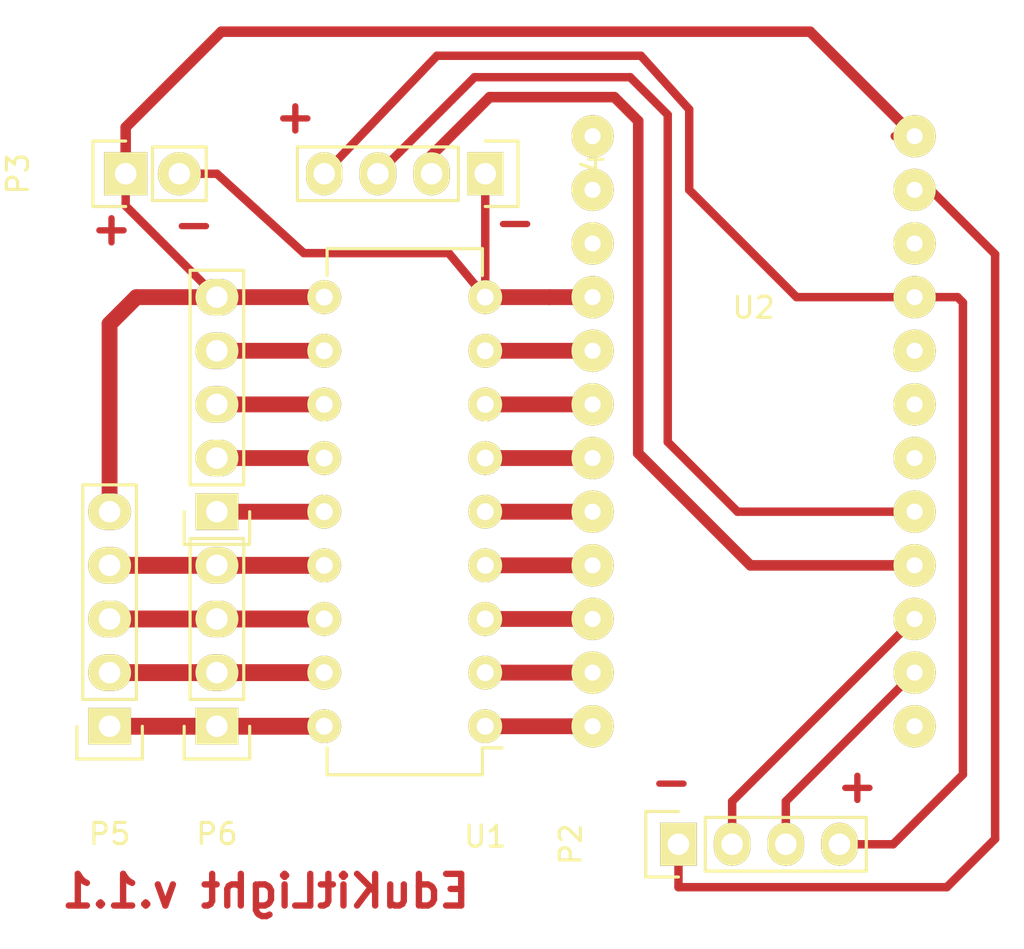
<source format=kicad_pcb>
(kicad_pcb (version 4) (host pcbnew 4.0.2+dfsg1-stable)

  (general
    (links 34)
    (no_connects 0)
    (area 11.047 12.599999 252.830001 194.211333)
    (thickness 1.6)
    (drawings 11)
    (tracks 74)
    (zones 0)
    (modules 8)
    (nets 33)
  )

  (page A4)
  (layers
    (0 F.Cu signal)
    (31 B.Cu signal)
    (32 B.Adhes user)
    (33 F.Adhes user)
    (34 B.Paste user)
    (35 F.Paste user)
    (36 B.SilkS user)
    (37 F.SilkS user)
    (38 B.Mask user)
    (39 F.Mask user)
    (40 Dwgs.User user)
    (41 Cmts.User user)
    (42 Eco1.User user)
    (43 Eco2.User user)
    (44 Edge.Cuts user)
    (45 Margin user)
    (46 B.CrtYd user)
    (47 F.CrtYd user)
    (48 B.Fab user)
    (49 F.Fab user)
  )

  (setup
    (last_trace_width 0.5)
    (user_trace_width 0.5)
    (user_trace_width 2)
    (trace_clearance 0.2)
    (zone_clearance 0.508)
    (zone_45_only no)
    (trace_min 0.1)
    (segment_width 0.2)
    (edge_width 0.15)
    (via_size 0.6)
    (via_drill 0.4)
    (via_min_size 0.4)
    (via_min_drill 0.3)
    (uvia_size 0.3)
    (uvia_drill 0.1)
    (uvias_allowed no)
    (uvia_min_size 0.2)
    (uvia_min_drill 0.1)
    (pcb_text_width 0.3)
    (pcb_text_size 1.5 1.5)
    (mod_edge_width 0.15)
    (mod_text_size 1 1)
    (mod_text_width 0.15)
    (pad_size 1.524 1.524)
    (pad_drill 0.762)
    (pad_to_mask_clearance 0.2)
    (aux_axis_origin 0 0)
    (visible_elements FFFFFF7F)
    (pcbplotparams
      (layerselection 0x00000_00000001)
      (usegerberextensions false)
      (excludeedgelayer true)
      (linewidth 0.100000)
      (plotframeref false)
      (viasonmask false)
      (mode 1)
      (useauxorigin false)
      (hpglpennumber 1)
      (hpglpenspeed 20)
      (hpglpendiameter 15)
      (hpglpenoverlay 2)
      (psnegative false)
      (psa4output false)
      (plotreference true)
      (plotvalue true)
      (plotinvisibletext false)
      (padsonsilk false)
      (subtractmaskfromsilk false)
      (outputformat 1)
      (mirror false)
      (drillshape 0)
      (scaleselection 1)
      (outputdirectory ""))
  )

  (net 0 "")
  (net 1 "Net-(P1-Pad1)")
  (net 2 "Net-(P1-Pad2)")
  (net 3 "Net-(P1-Pad3)")
  (net 4 "Net-(P1-Pad4)")
  (net 5 "Net-(P3-Pad2)")
  (net 6 "Net-(U1-Pad1)")
  (net 7 "Net-(U1-Pad2)")
  (net 8 "Net-(U1-Pad3)")
  (net 9 "Net-(U1-Pad4)")
  (net 10 "Net-(U1-Pad5)")
  (net 11 "Net-(U1-Pad6)")
  (net 12 "Net-(U1-Pad7)")
  (net 13 "Net-(U1-Pad8)")
  (net 14 "Net-(U2-Pad33)")
  (net 15 "Net-(U2-Pad9)")
  (net 16 "Net-(P2-Pad2)")
  (net 17 "Net-(P2-Pad3)")
  (net 18 "Net-(P2-Pad4)")
  (net 19 "Net-(P5-Pad4)")
  (net 20 "Net-(P5-Pad3)")
  (net 21 "Net-(P5-Pad2)")
  (net 22 "Net-(P5-Pad1)")
  (net 23 "Net-(P1-Pad5)")
  (net 24 "Net-(U2-Pad11)")
  (net 25 "Net-(U2-Pad34)")
  (net 26 "Net-(U2-Pad35)")
  (net 27 "Net-(U2-Pad12)")
  (net 28 "Net-(U2-Pad13)")
  (net 29 "Net-(P2-Pad1)")
  (net 30 "Net-(P4-Pad2)")
  (net 31 "Net-(P4-Pad3)")
  (net 32 "Net-(U2-Pad18)")

  (net_class Default "This is the default net class."
    (clearance 0.2)
    (trace_width 0.8)
    (via_dia 0.6)
    (via_drill 0.4)
    (uvia_dia 0.3)
    (uvia_drill 0.1)
    (add_net "Net-(P1-Pad1)")
    (add_net "Net-(P1-Pad2)")
    (add_net "Net-(P1-Pad3)")
    (add_net "Net-(P1-Pad4)")
    (add_net "Net-(P1-Pad5)")
    (add_net "Net-(P2-Pad1)")
    (add_net "Net-(P2-Pad2)")
    (add_net "Net-(P2-Pad3)")
    (add_net "Net-(P2-Pad4)")
    (add_net "Net-(P3-Pad2)")
    (add_net "Net-(P4-Pad2)")
    (add_net "Net-(P4-Pad3)")
    (add_net "Net-(P5-Pad1)")
    (add_net "Net-(P5-Pad2)")
    (add_net "Net-(P5-Pad3)")
    (add_net "Net-(P5-Pad4)")
    (add_net "Net-(U1-Pad1)")
    (add_net "Net-(U1-Pad2)")
    (add_net "Net-(U1-Pad3)")
    (add_net "Net-(U1-Pad4)")
    (add_net "Net-(U1-Pad5)")
    (add_net "Net-(U1-Pad6)")
    (add_net "Net-(U1-Pad7)")
    (add_net "Net-(U1-Pad8)")
    (add_net "Net-(U2-Pad11)")
    (add_net "Net-(U2-Pad12)")
    (add_net "Net-(U2-Pad13)")
    (add_net "Net-(U2-Pad18)")
    (add_net "Net-(U2-Pad33)")
    (add_net "Net-(U2-Pad34)")
    (add_net "Net-(U2-Pad35)")
    (add_net "Net-(U2-Pad9)")
  )

  (module bugs:arduino_mini_pro (layer F.Cu) (tedit 5899F54D) (tstamp 573AD46D)
    (at 46.99 26.67)
    (path /56F1A6A1)
    (fp_text reference U2 (at 0 0.5) (layer F.SilkS)
      (effects (font (size 1 1) (thickness 0.15)))
    )
    (fp_text value Arduino_Mini (at 0 -0.5) (layer F.Fab)
      (effects (font (size 1 1) (thickness 0.15)))
    )
    (pad 7 thru_hole circle (at 7.62 -7.62) (size 2 2) (drill 0.762) (layers *.Cu *.Mask F.SilkS)
      (net 23 "Net-(P1-Pad5)"))
    (pad 8 thru_hole circle (at 7.62 -5.08) (size 2 2) (drill 0.762) (layers *.Cu *.Mask F.SilkS)
      (net 29 "Net-(P2-Pad1)"))
    (pad 9 thru_hole circle (at 7.62 -2.54) (size 2 2) (drill 0.762) (layers *.Cu *.Mask F.SilkS)
      (net 15 "Net-(U2-Pad9)"))
    (pad 10 thru_hole circle (at 7.62 0) (size 2 2) (drill 0.762) (layers *.Cu *.Mask F.SilkS)
      (net 18 "Net-(P2-Pad4)"))
    (pad 11 thru_hole circle (at 7.62 2.54) (size 2 2) (drill 0.762) (layers *.Cu *.Mask F.SilkS)
      (net 24 "Net-(U2-Pad11)"))
    (pad 15 thru_hole circle (at 7.62 12.7) (size 2 2) (drill 0.762) (layers *.Cu *.Mask F.SilkS)
      (net 30 "Net-(P4-Pad2)"))
    (pad 16 thru_hole circle (at 7.62 15.24) (size 2 2) (drill 0.762) (layers *.Cu *.Mask F.SilkS)
      (net 16 "Net-(P2-Pad2)"))
    (pad 17 thru_hole circle (at 7.62 17.78) (size 2 2) (drill 0.762) (layers *.Cu *.Mask F.SilkS)
      (net 17 "Net-(P2-Pad3)"))
    (pad 18 thru_hole circle (at 7.62 20.32) (size 2 2) (drill 0.762) (layers *.Cu *.Mask F.SilkS)
      (net 32 "Net-(U2-Pad18)"))
    (pad 27 thru_hole circle (at -7.62 12.7) (size 2 2) (drill 0.762) (layers *.Cu *.Mask F.SilkS)
      (net 9 "Net-(U1-Pad4)"))
    (pad 28 thru_hole circle (at -7.62 10.16) (size 2 2) (drill 0.762) (layers *.Cu *.Mask F.SilkS)
      (net 10 "Net-(U1-Pad5)"))
    (pad 29 thru_hole circle (at -7.62 7.62) (size 2 2) (drill 0.762) (layers *.Cu *.Mask F.SilkS)
      (net 11 "Net-(U1-Pad6)"))
    (pad 30 thru_hole circle (at -7.62 5.08) (size 2 2) (drill 0.762) (layers *.Cu *.Mask F.SilkS)
      (net 12 "Net-(U1-Pad7)"))
    (pad 31 thru_hole circle (at -7.62 2.54) (size 2 2) (drill 0.762) (layers *.Cu *.Mask F.SilkS)
      (net 13 "Net-(U1-Pad8)"))
    (pad 32 thru_hole circle (at -7.62 0) (size 2 2) (drill 0.762) (layers *.Cu *.Mask F.SilkS)
      (net 5 "Net-(P3-Pad2)"))
    (pad 33 thru_hole circle (at -7.62 -2.54) (size 2 2) (drill 0.762) (layers *.Cu *.Mask F.SilkS)
      (net 14 "Net-(U2-Pad33)"))
    (pad 34 thru_hole circle (at -7.62 -5.08) (size 2 2) (drill 0.762) (layers *.Cu *.Mask F.SilkS)
      (net 25 "Net-(U2-Pad34)"))
    (pad 35 thru_hole circle (at -7.62 -7.62) (size 2 2) (drill 0.762) (layers *.Cu *.Mask F.SilkS)
      (net 26 "Net-(U2-Pad35)"))
    (pad 26 thru_hole circle (at -7.62 15.24) (size 2 2) (drill 0.762) (layers *.Cu *.Mask F.SilkS)
      (net 8 "Net-(U1-Pad3)"))
    (pad 25 thru_hole circle (at -7.62 17.78) (size 2 2) (drill 0.762) (layers *.Cu *.Mask F.SilkS)
      (net 7 "Net-(U1-Pad2)"))
    (pad 24 thru_hole circle (at -7.62 20.32) (size 2 2) (drill 0.762) (layers *.Cu *.Mask F.SilkS)
      (net 6 "Net-(U1-Pad1)"))
    (pad 12 thru_hole circle (at 7.62 5.08) (size 2 2) (drill 0.762) (layers *.Cu *.Mask F.SilkS)
      (net 27 "Net-(U2-Pad12)"))
    (pad 13 thru_hole circle (at 7.62 7.62) (size 2 2) (drill 0.762) (layers *.Cu *.Mask F.SilkS)
      (net 28 "Net-(U2-Pad13)"))
    (pad 14 thru_hole circle (at 7.62 10.16) (size 2 2) (drill 0.762) (layers *.Cu *.Mask F.SilkS)
      (net 31 "Net-(P4-Pad3)"))
  )

  (module Pin_Headers:Pin_Header_Straight_1x05 (layer F.Cu) (tedit 54EA0684) (tstamp 573AD41E)
    (at 21.59 36.83 180)
    (descr "Through hole pin header")
    (tags "pin header")
    (path /572B3424)
    (fp_text reference P1 (at 0 -5.1 180) (layer F.SilkS)
      (effects (font (size 1 1) (thickness 0.15)))
    )
    (fp_text value CONN_01X05 (at 0 -3.1 180) (layer F.Fab)
      (effects (font (size 1 1) (thickness 0.15)))
    )
    (fp_line (start -1.55 0) (end -1.55 -1.55) (layer F.SilkS) (width 0.15))
    (fp_line (start -1.55 -1.55) (end 1.55 -1.55) (layer F.SilkS) (width 0.15))
    (fp_line (start 1.55 -1.55) (end 1.55 0) (layer F.SilkS) (width 0.15))
    (fp_line (start -1.75 -1.75) (end -1.75 11.95) (layer F.CrtYd) (width 0.05))
    (fp_line (start 1.75 -1.75) (end 1.75 11.95) (layer F.CrtYd) (width 0.05))
    (fp_line (start -1.75 -1.75) (end 1.75 -1.75) (layer F.CrtYd) (width 0.05))
    (fp_line (start -1.75 11.95) (end 1.75 11.95) (layer F.CrtYd) (width 0.05))
    (fp_line (start 1.27 1.27) (end 1.27 11.43) (layer F.SilkS) (width 0.15))
    (fp_line (start 1.27 11.43) (end -1.27 11.43) (layer F.SilkS) (width 0.15))
    (fp_line (start -1.27 11.43) (end -1.27 1.27) (layer F.SilkS) (width 0.15))
    (fp_line (start 1.27 1.27) (end -1.27 1.27) (layer F.SilkS) (width 0.15))
    (pad 1 thru_hole rect (at 0 0 180) (size 2.032 1.7272) (drill 1.016) (layers *.Cu *.Mask F.SilkS)
      (net 1 "Net-(P1-Pad1)"))
    (pad 2 thru_hole oval (at 0 2.54 180) (size 2.032 1.7272) (drill 1.016) (layers *.Cu *.Mask F.SilkS)
      (net 2 "Net-(P1-Pad2)"))
    (pad 3 thru_hole oval (at 0 5.08 180) (size 2.032 1.7272) (drill 1.016) (layers *.Cu *.Mask F.SilkS)
      (net 3 "Net-(P1-Pad3)"))
    (pad 4 thru_hole oval (at 0 7.62 180) (size 2.032 1.7272) (drill 1.016) (layers *.Cu *.Mask F.SilkS)
      (net 4 "Net-(P1-Pad4)"))
    (pad 5 thru_hole oval (at 0 10.16 180) (size 2.032 1.7272) (drill 1.016) (layers *.Cu *.Mask F.SilkS)
      (net 23 "Net-(P1-Pad5)"))
    (model Pin_Headers.3dshapes/Pin_Header_Straight_1x05.wrl
      (at (xyz 0 -0.2 0))
      (scale (xyz 1 1 1))
      (rotate (xyz 0 0 90))
    )
  )

  (module Pin_Headers:Pin_Header_Straight_1x04 (layer F.Cu) (tedit 0) (tstamp 573AD426)
    (at 43.434 52.578 90)
    (descr "Through hole pin header")
    (tags "pin header")
    (path /57121D04)
    (fp_text reference P2 (at 0 -5.1 90) (layer F.SilkS)
      (effects (font (size 1 1) (thickness 0.15)))
    )
    (fp_text value CONN_01X04 (at 0 -3.1 90) (layer F.Fab)
      (effects (font (size 1 1) (thickness 0.15)))
    )
    (fp_line (start -1.75 -1.75) (end -1.75 9.4) (layer F.CrtYd) (width 0.05))
    (fp_line (start 1.75 -1.75) (end 1.75 9.4) (layer F.CrtYd) (width 0.05))
    (fp_line (start -1.75 -1.75) (end 1.75 -1.75) (layer F.CrtYd) (width 0.05))
    (fp_line (start -1.75 9.4) (end 1.75 9.4) (layer F.CrtYd) (width 0.05))
    (fp_line (start -1.27 1.27) (end -1.27 8.89) (layer F.SilkS) (width 0.15))
    (fp_line (start 1.27 1.27) (end 1.27 8.89) (layer F.SilkS) (width 0.15))
    (fp_line (start 1.55 -1.55) (end 1.55 0) (layer F.SilkS) (width 0.15))
    (fp_line (start -1.27 8.89) (end 1.27 8.89) (layer F.SilkS) (width 0.15))
    (fp_line (start 1.27 1.27) (end -1.27 1.27) (layer F.SilkS) (width 0.15))
    (fp_line (start -1.55 0) (end -1.55 -1.55) (layer F.SilkS) (width 0.15))
    (fp_line (start -1.55 -1.55) (end 1.55 -1.55) (layer F.SilkS) (width 0.15))
    (pad 1 thru_hole rect (at 0 0 90) (size 2.032 1.7272) (drill 1.016) (layers *.Cu *.Mask F.SilkS)
      (net 29 "Net-(P2-Pad1)"))
    (pad 2 thru_hole oval (at 0 2.54 90) (size 2.032 1.7272) (drill 1.016) (layers *.Cu *.Mask F.SilkS)
      (net 16 "Net-(P2-Pad2)"))
    (pad 3 thru_hole oval (at 0 5.08 90) (size 2.032 1.7272) (drill 1.016) (layers *.Cu *.Mask F.SilkS)
      (net 17 "Net-(P2-Pad3)"))
    (pad 4 thru_hole oval (at 0 7.62 90) (size 2.032 1.7272) (drill 1.016) (layers *.Cu *.Mask F.SilkS)
      (net 18 "Net-(P2-Pad4)"))
    (model Pin_Headers.3dshapes/Pin_Header_Straight_1x04.wrl
      (at (xyz 0 -0.15 0))
      (scale (xyz 1 1 1))
      (rotate (xyz 0 0 90))
    )
  )

  (module Pin_Headers:Pin_Header_Straight_1x05 (layer F.Cu) (tedit 54EA0684) (tstamp 573AD439)
    (at 16.51 46.99 180)
    (descr "Through hole pin header")
    (tags "pin header")
    (path /572B3498)
    (fp_text reference P5 (at 0 -5.1 180) (layer F.SilkS)
      (effects (font (size 1 1) (thickness 0.15)))
    )
    (fp_text value CONN_01X05 (at 0 -3.1 180) (layer F.Fab)
      (effects (font (size 1 1) (thickness 0.15)))
    )
    (fp_line (start -1.55 0) (end -1.55 -1.55) (layer F.SilkS) (width 0.15))
    (fp_line (start -1.55 -1.55) (end 1.55 -1.55) (layer F.SilkS) (width 0.15))
    (fp_line (start 1.55 -1.55) (end 1.55 0) (layer F.SilkS) (width 0.15))
    (fp_line (start -1.75 -1.75) (end -1.75 11.95) (layer F.CrtYd) (width 0.05))
    (fp_line (start 1.75 -1.75) (end 1.75 11.95) (layer F.CrtYd) (width 0.05))
    (fp_line (start -1.75 -1.75) (end 1.75 -1.75) (layer F.CrtYd) (width 0.05))
    (fp_line (start -1.75 11.95) (end 1.75 11.95) (layer F.CrtYd) (width 0.05))
    (fp_line (start 1.27 1.27) (end 1.27 11.43) (layer F.SilkS) (width 0.15))
    (fp_line (start 1.27 11.43) (end -1.27 11.43) (layer F.SilkS) (width 0.15))
    (fp_line (start -1.27 11.43) (end -1.27 1.27) (layer F.SilkS) (width 0.15))
    (fp_line (start 1.27 1.27) (end -1.27 1.27) (layer F.SilkS) (width 0.15))
    (pad 1 thru_hole rect (at 0 0 180) (size 2.032 1.7272) (drill 1.016) (layers *.Cu *.Mask F.SilkS)
      (net 22 "Net-(P5-Pad1)"))
    (pad 2 thru_hole oval (at 0 2.54 180) (size 2.032 1.7272) (drill 1.016) (layers *.Cu *.Mask F.SilkS)
      (net 21 "Net-(P5-Pad2)"))
    (pad 3 thru_hole oval (at 0 5.08 180) (size 2.032 1.7272) (drill 1.016) (layers *.Cu *.Mask F.SilkS)
      (net 20 "Net-(P5-Pad3)"))
    (pad 4 thru_hole oval (at 0 7.62 180) (size 2.032 1.7272) (drill 1.016) (layers *.Cu *.Mask F.SilkS)
      (net 19 "Net-(P5-Pad4)"))
    (pad 5 thru_hole oval (at 0 10.16 180) (size 2.032 1.7272) (drill 1.016) (layers *.Cu *.Mask F.SilkS)
      (net 23 "Net-(P1-Pad5)"))
    (model Pin_Headers.3dshapes/Pin_Header_Straight_1x05.wrl
      (at (xyz 0 -0.2 0))
      (scale (xyz 1 1 1))
      (rotate (xyz 0 0 90))
    )
  )

  (module Housings_DIP:DIP-18_W7.62mm (layer F.Cu) (tedit 54130A77) (tstamp 573AD44F)
    (at 34.29 46.99 180)
    (descr "18-lead dip package, row spacing 7.62 mm (300 mils)")
    (tags "dil dip 2.54 300")
    (path /56F1AA0E)
    (fp_text reference U1 (at 0 -5.22 180) (layer F.SilkS)
      (effects (font (size 1 1) (thickness 0.15)))
    )
    (fp_text value uln2803A (at 0 -3.72 180) (layer F.Fab)
      (effects (font (size 1 1) (thickness 0.15)))
    )
    (fp_line (start -1.05 -2.45) (end -1.05 22.8) (layer F.CrtYd) (width 0.05))
    (fp_line (start 8.65 -2.45) (end 8.65 22.8) (layer F.CrtYd) (width 0.05))
    (fp_line (start -1.05 -2.45) (end 8.65 -2.45) (layer F.CrtYd) (width 0.05))
    (fp_line (start -1.05 22.8) (end 8.65 22.8) (layer F.CrtYd) (width 0.05))
    (fp_line (start 0.135 -2.295) (end 0.135 -1.025) (layer F.SilkS) (width 0.15))
    (fp_line (start 7.485 -2.295) (end 7.485 -1.025) (layer F.SilkS) (width 0.15))
    (fp_line (start 7.485 22.615) (end 7.485 21.345) (layer F.SilkS) (width 0.15))
    (fp_line (start 0.135 22.615) (end 0.135 21.345) (layer F.SilkS) (width 0.15))
    (fp_line (start 0.135 -2.295) (end 7.485 -2.295) (layer F.SilkS) (width 0.15))
    (fp_line (start 0.135 22.615) (end 7.485 22.615) (layer F.SilkS) (width 0.15))
    (fp_line (start 0.135 -1.025) (end -0.8 -1.025) (layer F.SilkS) (width 0.15))
    (pad 1 thru_hole oval (at 0 0 180) (size 1.6 1.6) (drill 0.8) (layers *.Cu *.Mask F.SilkS)
      (net 6 "Net-(U1-Pad1)"))
    (pad 2 thru_hole oval (at 0 2.54 180) (size 1.6 1.6) (drill 0.8) (layers *.Cu *.Mask F.SilkS)
      (net 7 "Net-(U1-Pad2)"))
    (pad 3 thru_hole oval (at 0 5.08 180) (size 1.6 1.6) (drill 0.8) (layers *.Cu *.Mask F.SilkS)
      (net 8 "Net-(U1-Pad3)"))
    (pad 4 thru_hole oval (at 0 7.62 180) (size 1.6 1.6) (drill 0.8) (layers *.Cu *.Mask F.SilkS)
      (net 9 "Net-(U1-Pad4)"))
    (pad 5 thru_hole oval (at 0 10.16 180) (size 1.6 1.6) (drill 0.8) (layers *.Cu *.Mask F.SilkS)
      (net 10 "Net-(U1-Pad5)"))
    (pad 6 thru_hole oval (at 0 12.7 180) (size 1.6 1.6) (drill 0.8) (layers *.Cu *.Mask F.SilkS)
      (net 11 "Net-(U1-Pad6)"))
    (pad 7 thru_hole oval (at 0 15.24 180) (size 1.6 1.6) (drill 0.8) (layers *.Cu *.Mask F.SilkS)
      (net 12 "Net-(U1-Pad7)"))
    (pad 8 thru_hole oval (at 0 17.78 180) (size 1.6 1.6) (drill 0.8) (layers *.Cu *.Mask F.SilkS)
      (net 13 "Net-(U1-Pad8)"))
    (pad 9 thru_hole oval (at 0 20.32 180) (size 1.6 1.6) (drill 0.8) (layers *.Cu *.Mask F.SilkS)
      (net 5 "Net-(P3-Pad2)"))
    (pad 10 thru_hole oval (at 7.62 20.32 180) (size 1.6 1.6) (drill 0.8) (layers *.Cu *.Mask F.SilkS)
      (net 23 "Net-(P1-Pad5)"))
    (pad 11 thru_hole oval (at 7.62 17.78 180) (size 1.6 1.6) (drill 0.8) (layers *.Cu *.Mask F.SilkS)
      (net 4 "Net-(P1-Pad4)"))
    (pad 12 thru_hole oval (at 7.62 15.24 180) (size 1.6 1.6) (drill 0.8) (layers *.Cu *.Mask F.SilkS)
      (net 3 "Net-(P1-Pad3)"))
    (pad 13 thru_hole oval (at 7.62 12.7 180) (size 1.6 1.6) (drill 0.8) (layers *.Cu *.Mask F.SilkS)
      (net 2 "Net-(P1-Pad2)"))
    (pad 14 thru_hole oval (at 7.62 10.16 180) (size 1.6 1.6) (drill 0.8) (layers *.Cu *.Mask F.SilkS)
      (net 1 "Net-(P1-Pad1)"))
    (pad 15 thru_hole oval (at 7.62 7.62 180) (size 1.6 1.6) (drill 0.8) (layers *.Cu *.Mask F.SilkS)
      (net 19 "Net-(P5-Pad4)"))
    (pad 16 thru_hole oval (at 7.62 5.08 180) (size 1.6 1.6) (drill 0.8) (layers *.Cu *.Mask F.SilkS)
      (net 20 "Net-(P5-Pad3)"))
    (pad 17 thru_hole oval (at 7.62 2.54 180) (size 1.6 1.6) (drill 0.8) (layers *.Cu *.Mask F.SilkS)
      (net 21 "Net-(P5-Pad2)"))
    (pad 18 thru_hole oval (at 7.62 0 180) (size 1.6 1.6) (drill 0.8) (layers *.Cu *.Mask F.SilkS)
      (net 22 "Net-(P5-Pad1)"))
    (model Housings_DIP.3dshapes/DIP-18_W7.62mm.wrl
      (at (xyz 0 0 0))
      (scale (xyz 1 1 1))
      (rotate (xyz 0 0 0))
    )
  )

  (module Pin_Headers:Pin_Header_Straight_1x02 (layer F.Cu) (tedit 54EA090C) (tstamp 5894C470)
    (at 17.272 20.828 90)
    (descr "Through hole pin header")
    (tags "pin header")
    (path /5894C6F3)
    (fp_text reference P3 (at 0 -5.1 90) (layer F.SilkS)
      (effects (font (size 1 1) (thickness 0.15)))
    )
    (fp_text value CONN_01X02 (at 0 -3.1 90) (layer F.Fab)
      (effects (font (size 1 1) (thickness 0.15)))
    )
    (fp_line (start 1.27 1.27) (end 1.27 3.81) (layer F.SilkS) (width 0.15))
    (fp_line (start 1.55 -1.55) (end 1.55 0) (layer F.SilkS) (width 0.15))
    (fp_line (start -1.75 -1.75) (end -1.75 4.3) (layer F.CrtYd) (width 0.05))
    (fp_line (start 1.75 -1.75) (end 1.75 4.3) (layer F.CrtYd) (width 0.05))
    (fp_line (start -1.75 -1.75) (end 1.75 -1.75) (layer F.CrtYd) (width 0.05))
    (fp_line (start -1.75 4.3) (end 1.75 4.3) (layer F.CrtYd) (width 0.05))
    (fp_line (start 1.27 1.27) (end -1.27 1.27) (layer F.SilkS) (width 0.15))
    (fp_line (start -1.55 0) (end -1.55 -1.55) (layer F.SilkS) (width 0.15))
    (fp_line (start -1.55 -1.55) (end 1.55 -1.55) (layer F.SilkS) (width 0.15))
    (fp_line (start -1.27 1.27) (end -1.27 3.81) (layer F.SilkS) (width 0.15))
    (fp_line (start -1.27 3.81) (end 1.27 3.81) (layer F.SilkS) (width 0.15))
    (pad 1 thru_hole rect (at 0 0 90) (size 2.032 2.032) (drill 1.016) (layers *.Cu *.Mask F.SilkS)
      (net 23 "Net-(P1-Pad5)"))
    (pad 2 thru_hole oval (at 0 2.54 90) (size 2.032 2.032) (drill 1.016) (layers *.Cu *.Mask F.SilkS)
      (net 5 "Net-(P3-Pad2)"))
    (model Pin_Headers.3dshapes/Pin_Header_Straight_1x02.wrl
      (at (xyz 0 -0.05 0))
      (scale (xyz 1 1 1))
      (rotate (xyz 0 0 90))
    )
  )

  (module Pin_Headers:Pin_Header_Straight_1x04 (layer F.Cu) (tedit 0) (tstamp 5899E695)
    (at 34.29 20.828 270)
    (descr "Through hole pin header")
    (tags "pin header")
    (path /5899E550)
    (fp_text reference P4 (at 0 -5.1 270) (layer F.SilkS)
      (effects (font (size 1 1) (thickness 0.15)))
    )
    (fp_text value CONN_01X04 (at 0 -3.1 270) (layer F.Fab)
      (effects (font (size 1 1) (thickness 0.15)))
    )
    (fp_line (start -1.75 -1.75) (end -1.75 9.4) (layer F.CrtYd) (width 0.05))
    (fp_line (start 1.75 -1.75) (end 1.75 9.4) (layer F.CrtYd) (width 0.05))
    (fp_line (start -1.75 -1.75) (end 1.75 -1.75) (layer F.CrtYd) (width 0.05))
    (fp_line (start -1.75 9.4) (end 1.75 9.4) (layer F.CrtYd) (width 0.05))
    (fp_line (start -1.27 1.27) (end -1.27 8.89) (layer F.SilkS) (width 0.15))
    (fp_line (start 1.27 1.27) (end 1.27 8.89) (layer F.SilkS) (width 0.15))
    (fp_line (start 1.55 -1.55) (end 1.55 0) (layer F.SilkS) (width 0.15))
    (fp_line (start -1.27 8.89) (end 1.27 8.89) (layer F.SilkS) (width 0.15))
    (fp_line (start 1.27 1.27) (end -1.27 1.27) (layer F.SilkS) (width 0.15))
    (fp_line (start -1.55 0) (end -1.55 -1.55) (layer F.SilkS) (width 0.15))
    (fp_line (start -1.55 -1.55) (end 1.55 -1.55) (layer F.SilkS) (width 0.15))
    (pad 1 thru_hole rect (at 0 0 270) (size 2.032 1.7272) (drill 1.016) (layers *.Cu *.Mask F.SilkS)
      (net 5 "Net-(P3-Pad2)"))
    (pad 2 thru_hole oval (at 0 2.54 270) (size 2.032 1.7272) (drill 1.016) (layers *.Cu *.Mask F.SilkS)
      (net 30 "Net-(P4-Pad2)"))
    (pad 3 thru_hole oval (at 0 5.08 270) (size 2.032 1.7272) (drill 1.016) (layers *.Cu *.Mask F.SilkS)
      (net 31 "Net-(P4-Pad3)"))
    (pad 4 thru_hole oval (at 0 7.62 270) (size 2.032 1.7272) (drill 1.016) (layers *.Cu *.Mask F.SilkS)
      (net 18 "Net-(P2-Pad4)"))
    (model Pin_Headers.3dshapes/Pin_Header_Straight_1x04.wrl
      (at (xyz 0 -0.15 0))
      (scale (xyz 1 1 1))
      (rotate (xyz 0 0 90))
    )
  )

  (module Pin_Headers:Pin_Header_Straight_1x04 (layer F.Cu) (tedit 0) (tstamp 5899F33E)
    (at 21.59 46.99 180)
    (descr "Through hole pin header")
    (tags "pin header")
    (path /5899F62E)
    (fp_text reference P6 (at 0 -5.1 180) (layer F.SilkS)
      (effects (font (size 1 1) (thickness 0.15)))
    )
    (fp_text value CONN_01X04 (at 0 -3.1 180) (layer F.Fab)
      (effects (font (size 1 1) (thickness 0.15)))
    )
    (fp_line (start -1.75 -1.75) (end -1.75 9.4) (layer F.CrtYd) (width 0.05))
    (fp_line (start 1.75 -1.75) (end 1.75 9.4) (layer F.CrtYd) (width 0.05))
    (fp_line (start -1.75 -1.75) (end 1.75 -1.75) (layer F.CrtYd) (width 0.05))
    (fp_line (start -1.75 9.4) (end 1.75 9.4) (layer F.CrtYd) (width 0.05))
    (fp_line (start -1.27 1.27) (end -1.27 8.89) (layer F.SilkS) (width 0.15))
    (fp_line (start 1.27 1.27) (end 1.27 8.89) (layer F.SilkS) (width 0.15))
    (fp_line (start 1.55 -1.55) (end 1.55 0) (layer F.SilkS) (width 0.15))
    (fp_line (start -1.27 8.89) (end 1.27 8.89) (layer F.SilkS) (width 0.15))
    (fp_line (start 1.27 1.27) (end -1.27 1.27) (layer F.SilkS) (width 0.15))
    (fp_line (start -1.55 0) (end -1.55 -1.55) (layer F.SilkS) (width 0.15))
    (fp_line (start -1.55 -1.55) (end 1.55 -1.55) (layer F.SilkS) (width 0.15))
    (pad 1 thru_hole rect (at 0 0 180) (size 2.032 1.7272) (drill 1.016) (layers *.Cu *.Mask F.SilkS)
      (net 22 "Net-(P5-Pad1)"))
    (pad 2 thru_hole oval (at 0 2.54 180) (size 2.032 1.7272) (drill 1.016) (layers *.Cu *.Mask F.SilkS)
      (net 21 "Net-(P5-Pad2)"))
    (pad 3 thru_hole oval (at 0 5.08 180) (size 2.032 1.7272) (drill 1.016) (layers *.Cu *.Mask F.SilkS)
      (net 20 "Net-(P5-Pad3)"))
    (pad 4 thru_hole oval (at 0 7.62 180) (size 2.032 1.7272) (drill 1.016) (layers *.Cu *.Mask F.SilkS)
      (net 19 "Net-(P5-Pad4)"))
    (model Pin_Headers.3dshapes/Pin_Header_Straight_1x04.wrl
      (at (xyz 0 -0.15 0))
      (scale (xyz 1 1 1))
      (rotate (xyz 0 0 90))
    )
  )

  (gr_text "EduKitLight v.1.1" (at 23.9 54.8) (layer F.Cu)
    (effects (font (size 1.5 1.5) (thickness 0.3)) (justify mirror))
  )
  (gr_text + (at 51.9 49.8) (layer F.Cu)
    (effects (font (size 1.5 1.5) (thickness 0.3)))
  )
  (gr_text "-\n" (at 43.1 49.6) (layer F.Cu)
    (effects (font (size 1.5 1.5) (thickness 0.3)))
  )
  (gr_text + (at 16.6 23.4) (layer F.Cu)
    (effects (font (size 1.5 1.5) (thickness 0.3)))
  )
  (gr_text - (at 20.5 23.2) (layer F.Cu)
    (effects (font (size 1.5 1.5) (thickness 0.3)))
  )
  (gr_text "+\n" (at 25.3 18.1) (layer F.Cu)
    (effects (font (size 1.5 1.5) (thickness 0.3)))
  )
  (gr_text - (at 35.7 23.1) (layer F.Cu)
    (effects (font (size 1.5 1.5) (thickness 0.3)))
  )
  (gr_line (start 59.69 57.15) (end 12.7 57.15) (angle 90) (layer Eco1.User) (width 0.2))
  (gr_line (start 59.69 12.7) (end 59.69 57.15) (angle 90) (layer Eco1.User) (width 0.2))
  (gr_line (start 12.7 12.7) (end 59.69 12.7) (angle 90) (layer Eco1.User) (width 0.2))
  (gr_line (start 12.7 57.15) (end 12.7 12.7) (angle 90) (layer Eco1.User) (width 0.2))

  (segment (start 26.67 36.83) (end 21.59 36.83) (width 0.75) (layer F.Cu) (net 1) (status 20))
  (segment (start 21.59 34.29) (end 26.67 34.29) (width 0.75) (layer F.Cu) (net 2) (status 10))
  (segment (start 26.67 31.75) (end 21.59 31.75) (width 0.75) (layer F.Cu) (net 3) (status 20))
  (segment (start 26.67 29.21) (end 21.59 29.21) (width 0.75) (layer F.Cu) (net 4) (status 20))
  (segment (start 34.29 20.828) (end 34.29 26.67) (width 0.4) (layer F.Cu) (net 5))
  (segment (start 19.812 20.828) (end 21.59 20.828) (width 0.4) (layer F.Cu) (net 5))
  (segment (start 32.5628 24.5872) (end 34.29 26.67) (width 0.4) (layer F.Cu) (net 5) (tstamp 5899EDEF))
  (segment (start 25.7048 24.5872) (end 32.5628 24.5872) (width 0.4) (layer F.Cu) (net 5) (tstamp 5899EDED))
  (segment (start 21.59 20.828) (end 25.7048 24.5872) (width 0.4) (layer F.Cu) (net 5) (tstamp 5899EDEB))
  (segment (start 34.29 20.828) (end 34.29 20.574) (width 0.4) (layer F.Cu) (net 5) (status 30))
  (segment (start 39.37 26.67) (end 37.338 26.67) (width 0.75) (layer F.Cu) (net 5) (status 10))
  (segment (start 37.338 26.67) (end 34.29 26.67) (width 0.75) (layer F.Cu) (net 5) (tstamp 5899E7F5) (status 10))
  (segment (start 34.29 46.99) (end 39.37 46.99) (width 0.75) (layer F.Cu) (net 6) (status 20))
  (segment (start 39.37 44.45) (end 34.29 44.45) (width 0.75) (layer F.Cu) (net 7) (status 10))
  (segment (start 34.29 41.91) (end 39.37 41.91) (width 0.75) (layer F.Cu) (net 8) (status 20))
  (segment (start 39.37 39.37) (end 34.29 39.37) (width 0.75) (layer F.Cu) (net 9) (status 10))
  (segment (start 34.29 36.83) (end 39.37 36.83) (width 0.75) (layer F.Cu) (net 10) (status 20))
  (segment (start 39.37 34.29) (end 34.29 34.29) (width 0.75) (layer F.Cu) (net 11) (status 10))
  (segment (start 39.37 31.75) (end 34.29 31.75) (width 0.75) (layer F.Cu) (net 12) (status 10))
  (segment (start 34.29 29.21) (end 39.37 29.21) (width 0.75) (layer F.Cu) (net 13) (status 20))
  (segment (start 45.974 52.578) (end 45.974 50.546) (width 0.4) (layer F.Cu) (net 16))
  (segment (start 45.974 50.546) (end 54.61 41.91) (width 0.4) (layer F.Cu) (net 16) (tstamp 5899EF89))
  (segment (start 48.514 52.578) (end 48.514 50.546) (width 0.4) (layer F.Cu) (net 17))
  (segment (start 48.514 50.546) (end 54.61 44.45) (width 0.4) (layer F.Cu) (net 17) (tstamp 5899EF85))
  (segment (start 26.67 20.828) (end 32.004 15.24) (width 0.4) (layer F.Cu) (net 18))
  (segment (start 49.022 26.67) (end 54.61 26.67) (width 0.4) (layer F.Cu) (net 18) (tstamp 5899F001))
  (segment (start 43.942 21.59) (end 49.022 26.67) (width 0.4) (layer F.Cu) (net 18) (tstamp 5899EFFA))
  (segment (start 43.942 17.78) (end 43.942 21.59) (width 0.4) (layer F.Cu) (net 18) (tstamp 5899EFF8))
  (segment (start 41.656 15.24) (end 43.942 17.78) (width 0.4) (layer F.Cu) (net 18) (tstamp 5899EFF3))
  (segment (start 32.004 15.24) (end 41.656 15.24) (width 0.4) (layer F.Cu) (net 18) (tstamp 5899EFEA))
  (segment (start 51.054 52.578) (end 53.594 52.578) (width 0.4) (layer F.Cu) (net 18))
  (segment (start 56.642 26.67) (end 54.61 26.67) (width 0.4) (layer F.Cu) (net 18) (tstamp 5899EF82))
  (segment (start 56.896 26.924) (end 56.642 26.67) (width 0.4) (layer F.Cu) (net 18) (tstamp 5899EF81))
  (segment (start 56.896 49.276) (end 56.896 26.924) (width 0.4) (layer F.Cu) (net 18) (tstamp 5899EF7F))
  (segment (start 53.594 52.578) (end 56.896 49.276) (width 0.4) (layer F.Cu) (net 18) (tstamp 5899EF7D))
  (segment (start 21.59 39.37) (end 26.67 39.37) (width 0.8) (layer F.Cu) (net 19))
  (segment (start 16.51 39.37) (end 21.59 39.37) (width 0.8) (layer F.Cu) (net 19))
  (segment (start 21.59 41.91) (end 26.67 41.91) (width 0.8) (layer F.Cu) (net 20))
  (segment (start 16.51 41.91) (end 21.59 41.91) (width 0.8) (layer F.Cu) (net 20))
  (segment (start 21.59 44.45) (end 26.67 44.45) (width 0.8) (layer F.Cu) (net 21))
  (segment (start 16.51 44.45) (end 21.59 44.45) (width 0.8) (layer F.Cu) (net 21))
  (segment (start 21.59 46.99) (end 26.67 46.99) (width 0.8) (layer F.Cu) (net 22))
  (segment (start 16.51 46.99) (end 21.59 46.99) (width 0.8) (layer F.Cu) (net 22))
  (segment (start 17.272 20.828) (end 17.272 18.628) (width 0.5) (layer F.Cu) (net 23))
  (segment (start 49.66 14.1) (end 54.61 19.05) (width 0.5) (layer F.Cu) (net 23) (tstamp 5899F616))
  (segment (start 21.8 14.1) (end 49.66 14.1) (width 0.5) (layer F.Cu) (net 23) (tstamp 5899F612))
  (segment (start 17.272 18.628) (end 21.8 14.1) (width 0.5) (layer F.Cu) (net 23) (tstamp 5899F60A))
  (segment (start 17.272 20.828) (end 17.272 22.352) (width 0.4) (layer F.Cu) (net 23))
  (segment (start 17.272 22.352) (end 21.59 26.67) (width 0.4) (layer F.Cu) (net 23) (tstamp 5899EDF2))
  (segment (start 54.61 19.05) (end 53.67 19.05) (width 0.4) (layer F.Cu) (net 23))
  (segment (start 16.51 36.83) (end 16.51 27.94) (width 0.75) (layer F.Cu) (net 23))
  (segment (start 17.78 26.67) (end 21.59 26.67) (width 0.75) (layer F.Cu) (net 23) (tstamp 573AD5EE) (status 20))
  (segment (start 16.51 27.94) (end 17.78 26.67) (width 0.75) (layer F.Cu) (net 23) (tstamp 573AD5ED))
  (segment (start 26.67 26.67) (end 21.59 26.67) (width 0.75) (layer F.Cu) (net 23) (status 20))
  (segment (start 43.434 52.578) (end 43.434 54.61) (width 0.4) (layer F.Cu) (net 29))
  (segment (start 58.42 24.638) (end 55.372 21.59) (width 0.4) (layer F.Cu) (net 29) (tstamp 5899EF91))
  (segment (start 58.42 52.324) (end 58.42 24.638) (width 0.4) (layer F.Cu) (net 29) (tstamp 5899EF8F))
  (segment (start 56.134 54.61) (end 58.42 52.324) (width 0.4) (layer F.Cu) (net 29) (tstamp 5899EF8E))
  (segment (start 43.434 54.61) (end 56.134 54.61) (width 0.4) (layer F.Cu) (net 29) (tstamp 5899EF8D))
  (segment (start 55.372 21.59) (end 54.61 21.59) (width 0.4) (layer F.Cu) (net 29) (tstamp 5899EF92))
  (segment (start 54.61 39.37) (end 46.8376 39.37) (width 0.5) (layer F.Cu) (net 30))
  (segment (start 34.5 17.2) (end 31.75 19.95) (width 0.5) (layer F.Cu) (net 30) (tstamp 5899F5FE))
  (segment (start 40.4 17.2) (end 34.5 17.2) (width 0.5) (layer F.Cu) (net 30) (tstamp 5899F5F9))
  (segment (start 41.529 18.329) (end 40.4 17.2) (width 0.5) (layer F.Cu) (net 30) (tstamp 5899F5F1))
  (segment (start 41.529 34.0614) (end 41.529 18.329) (width 0.5) (layer F.Cu) (net 30) (tstamp 5899F5EC))
  (segment (start 46.8376 39.37) (end 41.529 34.0614) (width 0.5) (layer F.Cu) (net 30) (tstamp 5899F5E5))
  (segment (start 31.75 19.95) (end 31.75 20.828) (width 0.5) (layer F.Cu) (net 30) (tstamp 5899F603))
  (segment (start 31.75 20.828) (end 31.75 20.066) (width 0.4) (layer F.Cu) (net 30))
  (segment (start 29.21 20.828) (end 33.782 16.256) (width 0.4) (layer F.Cu) (net 31))
  (segment (start 46.228 36.83) (end 54.61 36.83) (width 0.4) (layer F.Cu) (net 31) (tstamp 5899EFE1))
  (segment (start 42.926 33.528) (end 46.228 36.83) (width 0.4) (layer F.Cu) (net 31) (tstamp 5899EFDC))
  (segment (start 42.926 18.034) (end 42.926 33.528) (width 0.4) (layer F.Cu) (net 31) (tstamp 5899EFD8))
  (segment (start 41.148 16.256) (end 42.926 18.034) (width 0.4) (layer F.Cu) (net 31) (tstamp 5899EFD6))
  (segment (start 33.782 16.256) (end 41.148 16.256) (width 0.4) (layer F.Cu) (net 31) (tstamp 5899EFCD))

)

</source>
